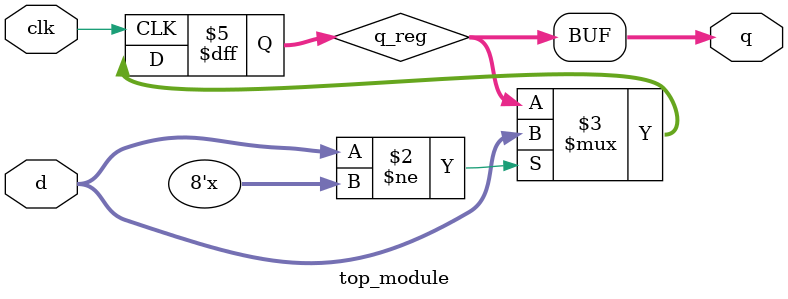
<source format=sv>
module dff (
  input clk,
  input d,
  output reg q
);

  always @(posedge clk) begin
    q <= d;
  end

endmodule
module top_module(
  input clk,
  input [7:0] d,
  output [7:0] q
);

  reg [7:0] q_reg;

  always @(posedge clk) begin
    if (d != 8'bzzzzzzzz) begin
      q_reg <= d;
    end
  end

  assign q = q_reg;

endmodule

</source>
